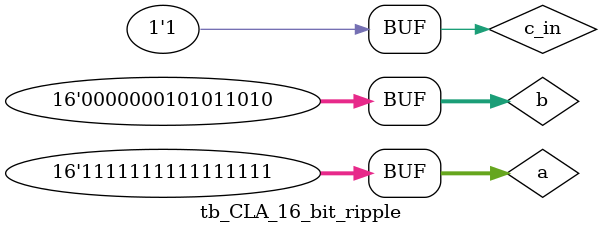
<source format=v>
`timescale 1ns/1ps

/* 

    * Assignment - 3
    * Problem - 3.c
    * Semester - 5 (Autumn)
    * Group - 56
    * Group members - Utsav Mehta (20CS10069) and Vibhu (20CS10072)

*/

module tb_CLA_16_bit_ripple;

    // Inputs and Outputs
    reg [15:0] a, b;
    reg c_in;
    wire [15:0] sum;
    wire c_out;

    // Module Instantiations (Unit Under Test)
    CLA_16_bit_ripple tb_(.a(a), .b(b), .c_in(c_in), .sum(sum), .c_out(c_out));

    initial begin

        $monitor("Input_a = %d, Input_b = %d, Carry_in = %b, Sum = %d, Carry_out =  %b", a, b, c_in, sum, c_out);

        // Input values initialization
        a = 16'd217; b=16'd9404; c_in = 1;
        #50;
        a = 16'd4582; b=16'd3; c_in = 0;
        #50;
        a = 16'd27; b=16'd8693; c_in = 0;
        #50;
        a = 16'd65535; b=16'd346; c_in = 1;

    end

endmodule
</source>
